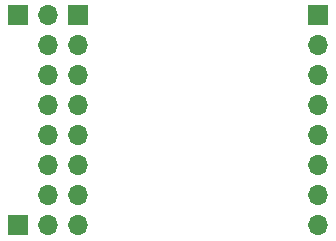
<source format=gbr>
%TF.GenerationSoftware,KiCad,Pcbnew,(6.0.1)*%
%TF.CreationDate,2022-09-16T08:00:15-07:00*%
%TF.ProjectId,takshaka-mux-board-rounded,74616b73-6861-46b6-912d-6d75782d626f,rev?*%
%TF.SameCoordinates,Original*%
%TF.FileFunction,Soldermask,Bot*%
%TF.FilePolarity,Negative*%
%FSLAX46Y46*%
G04 Gerber Fmt 4.6, Leading zero omitted, Abs format (unit mm)*
G04 Created by KiCad (PCBNEW (6.0.1)) date 2022-09-16 08:00:15*
%MOMM*%
%LPD*%
G01*
G04 APERTURE LIST*
%ADD10R,1.700000X1.700000*%
%ADD11O,1.700000X1.700000*%
G04 APERTURE END LIST*
D10*
%TO.C,J3*%
X93980000Y-73660000D03*
D11*
X91440000Y-73660000D03*
X93980000Y-76200000D03*
X91440000Y-76200000D03*
X93980000Y-78740000D03*
X91440000Y-78740000D03*
X93980000Y-81280000D03*
X91440000Y-81280000D03*
X93980000Y-83820000D03*
X91440000Y-83820000D03*
X93980000Y-86360000D03*
X91440000Y-86360000D03*
X93980000Y-88900000D03*
X91440000Y-88900000D03*
X93980000Y-91440000D03*
X91440000Y-91440000D03*
%TD*%
D10*
%TO.C,J4*%
X114300000Y-73660000D03*
D11*
X114300000Y-76200000D03*
X114300000Y-78740000D03*
X114300000Y-81280000D03*
X114300000Y-83820000D03*
X114300000Y-86360000D03*
X114300000Y-88900000D03*
X114300000Y-91440000D03*
%TD*%
D10*
%TO.C,J1*%
X88900000Y-73660000D03*
%TD*%
%TO.C,J2*%
X88900000Y-91440000D03*
%TD*%
M02*

</source>
